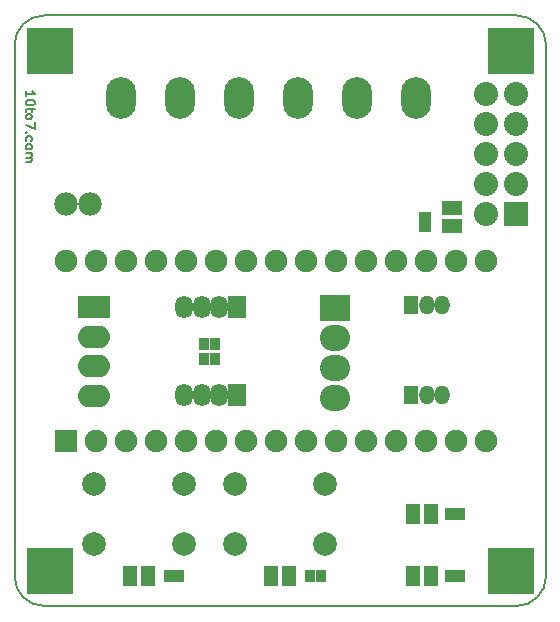
<source format=gts>
%FSLAX34Y34*%
G04 Gerber Fmt 3.4, Leading zero omitted, Abs format*
G04 (created by PCBNEW (2014-03-19 BZR 4756)-product) date Mon 30 Jun 2014 23:44:56 BST*
%MOIN*%
G01*
G70*
G90*
G04 APERTURE LIST*
%ADD10C,0.005906*%
%ADD11C,0.007900*%
%ADD12C,0.007874*%
%ADD13C,0.075000*%
%ADD14R,0.075000X0.075000*%
%ADD15R,0.100000X0.088000*%
%ADD16O,0.100000X0.088000*%
%ADD17O,0.098700X0.138700*%
%ADD18R,0.080000X0.080000*%
%ADD19C,0.080000*%
%ADD20R,0.065000X0.045000*%
%ADD21R,0.043600X0.035700*%
%ADD22C,0.078300*%
%ADD23R,0.045000X0.065000*%
%ADD24O,0.106614X0.075118*%
%ADD25R,0.106614X0.075118*%
%ADD26O,0.051496X0.063307*%
%ADD27R,0.051496X0.063307*%
%ADD28O,0.059370X0.075118*%
%ADD29R,0.059370X0.075118*%
%ADD30R,0.035700X0.043600*%
%ADD31C,0.079055*%
%ADD32R,0.153900X0.153900*%
G04 APERTURE END LIST*
G54D10*
G54D11*
X66712Y-41712D02*
G75*
G03X67696Y-42696I984J0D01*
G74*
G01*
X83444Y-42696D02*
G75*
G03X84429Y-41712I0J984D01*
G74*
G01*
X84429Y-23996D02*
G75*
G03X83444Y-23011I-984J0D01*
G74*
G01*
X67696Y-23011D02*
G75*
G03X66712Y-23996I0J-984D01*
G74*
G01*
X66712Y-41712D02*
X66712Y-23996D01*
X83444Y-42696D02*
X67696Y-42696D01*
X83444Y-23011D02*
X67696Y-23011D01*
X84429Y-41712D02*
X84429Y-23996D01*
G54D12*
X67081Y-25707D02*
X67081Y-25527D01*
X67081Y-25617D02*
X67396Y-25617D01*
X67351Y-25587D01*
X67321Y-25557D01*
X67306Y-25527D01*
X67396Y-25902D02*
X67396Y-25932D01*
X67381Y-25962D01*
X67366Y-25977D01*
X67336Y-25992D01*
X67276Y-26007D01*
X67201Y-26007D01*
X67141Y-25992D01*
X67111Y-25977D01*
X67096Y-25962D01*
X67081Y-25932D01*
X67081Y-25902D01*
X67096Y-25872D01*
X67111Y-25857D01*
X67141Y-25842D01*
X67201Y-25827D01*
X67276Y-25827D01*
X67336Y-25842D01*
X67366Y-25857D01*
X67381Y-25872D01*
X67396Y-25902D01*
X67291Y-26097D02*
X67291Y-26217D01*
X67396Y-26142D02*
X67126Y-26142D01*
X67096Y-26157D01*
X67081Y-26187D01*
X67081Y-26217D01*
X67081Y-26367D02*
X67096Y-26337D01*
X67111Y-26322D01*
X67141Y-26307D01*
X67231Y-26307D01*
X67261Y-26322D01*
X67276Y-26337D01*
X67291Y-26367D01*
X67291Y-26412D01*
X67276Y-26442D01*
X67261Y-26457D01*
X67231Y-26472D01*
X67141Y-26472D01*
X67111Y-26457D01*
X67096Y-26442D01*
X67081Y-26412D01*
X67081Y-26367D01*
X67396Y-26577D02*
X67396Y-26787D01*
X67081Y-26652D01*
X67111Y-26907D02*
X67096Y-26922D01*
X67081Y-26907D01*
X67096Y-26892D01*
X67111Y-26907D01*
X67081Y-26907D01*
X67096Y-27192D02*
X67081Y-27162D01*
X67081Y-27102D01*
X67096Y-27072D01*
X67111Y-27057D01*
X67141Y-27042D01*
X67231Y-27042D01*
X67261Y-27057D01*
X67276Y-27072D01*
X67291Y-27102D01*
X67291Y-27162D01*
X67276Y-27192D01*
X67081Y-27372D02*
X67096Y-27342D01*
X67111Y-27327D01*
X67141Y-27312D01*
X67231Y-27312D01*
X67261Y-27327D01*
X67276Y-27342D01*
X67291Y-27372D01*
X67291Y-27417D01*
X67276Y-27447D01*
X67261Y-27462D01*
X67231Y-27477D01*
X67141Y-27477D01*
X67111Y-27462D01*
X67096Y-27447D01*
X67081Y-27417D01*
X67081Y-27372D01*
X67081Y-27612D02*
X67291Y-27612D01*
X67261Y-27612D02*
X67276Y-27627D01*
X67291Y-27657D01*
X67291Y-27702D01*
X67276Y-27732D01*
X67246Y-27747D01*
X67081Y-27747D01*
X67246Y-27747D02*
X67276Y-27762D01*
X67291Y-27792D01*
X67291Y-27837D01*
X67276Y-27867D01*
X67246Y-27882D01*
X67081Y-27882D01*
G54D13*
X82421Y-31200D03*
X81421Y-37201D03*
X80421Y-37201D03*
X79421Y-37201D03*
X78421Y-37201D03*
X77421Y-37201D03*
X76421Y-37201D03*
X75421Y-37201D03*
X74421Y-37201D03*
X73421Y-37201D03*
X72421Y-37201D03*
X71421Y-37201D03*
X70421Y-37201D03*
X69421Y-37201D03*
G54D14*
X68421Y-37201D03*
G54D13*
X68421Y-31200D03*
X69421Y-31200D03*
X70421Y-31200D03*
X71421Y-31200D03*
X72421Y-31200D03*
X73421Y-31200D03*
X74421Y-31200D03*
X75421Y-31200D03*
X76421Y-31200D03*
X77421Y-31200D03*
X78421Y-31200D03*
X79421Y-31200D03*
X80421Y-31200D03*
X81421Y-31200D03*
X82421Y-37201D03*
G54D15*
X77381Y-32751D03*
G54D16*
X77381Y-33751D03*
X77381Y-34751D03*
X77381Y-35751D03*
G54D17*
X72224Y-25767D03*
X70256Y-25767D03*
X80098Y-25767D03*
X78130Y-25767D03*
X76161Y-25767D03*
X74193Y-25767D03*
G54D18*
X83433Y-29618D03*
G54D19*
X82433Y-29618D03*
X83433Y-28618D03*
X82433Y-28618D03*
X83433Y-27618D03*
X82433Y-27618D03*
X83433Y-26618D03*
X82433Y-26618D03*
X83433Y-25618D03*
X82433Y-25618D03*
G54D20*
X81279Y-30044D03*
X81279Y-29444D03*
G54D21*
X80393Y-30078D03*
X80393Y-29724D03*
G54D22*
X68444Y-29311D03*
X69232Y-29311D03*
G54D23*
X79995Y-41712D03*
X80595Y-41712D03*
X79995Y-39625D03*
X80595Y-39625D03*
X75270Y-41712D03*
X75870Y-41712D03*
X70546Y-41712D03*
X71146Y-41712D03*
G54D24*
X69370Y-33720D03*
X69370Y-34704D03*
G54D25*
X69370Y-32736D03*
G54D24*
X69370Y-35688D03*
G54D26*
X80452Y-35649D03*
X80964Y-35649D03*
G54D27*
X79940Y-35649D03*
G54D26*
X80452Y-32657D03*
X80964Y-32657D03*
G54D27*
X79940Y-32657D03*
G54D28*
X73543Y-35649D03*
X72953Y-35649D03*
G54D29*
X74134Y-35649D03*
G54D28*
X72362Y-35649D03*
X73543Y-32736D03*
X72953Y-32736D03*
G54D29*
X74134Y-32736D03*
G54D28*
X72362Y-32736D03*
G54D30*
X73031Y-34468D03*
X73385Y-34468D03*
X73031Y-33976D03*
X73385Y-33976D03*
X81574Y-41712D03*
X81220Y-41712D03*
X81574Y-39625D03*
X81220Y-39625D03*
X76928Y-41712D03*
X76574Y-41712D03*
X72204Y-41712D03*
X71850Y-41712D03*
G54D31*
X72346Y-38625D03*
X72346Y-40625D03*
X69346Y-38625D03*
X69346Y-40625D03*
X77070Y-38625D03*
X77070Y-40625D03*
X74070Y-38625D03*
X74070Y-40625D03*
G54D32*
X67893Y-24192D03*
X83248Y-24192D03*
X83248Y-41515D03*
X67893Y-41515D03*
M02*

</source>
